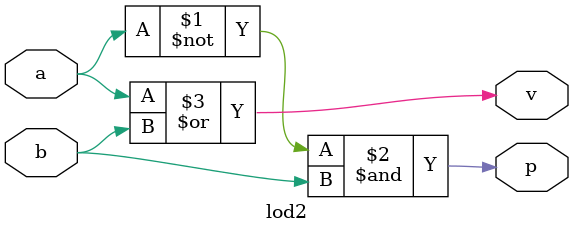
<source format=v>
module lod2 (
    input wire a,  
    input wire b,   
    output wire p,   
    output wire v   
);
    
    assign p = ~a & b; 
    assign v = a | b;
endmodule
</source>
